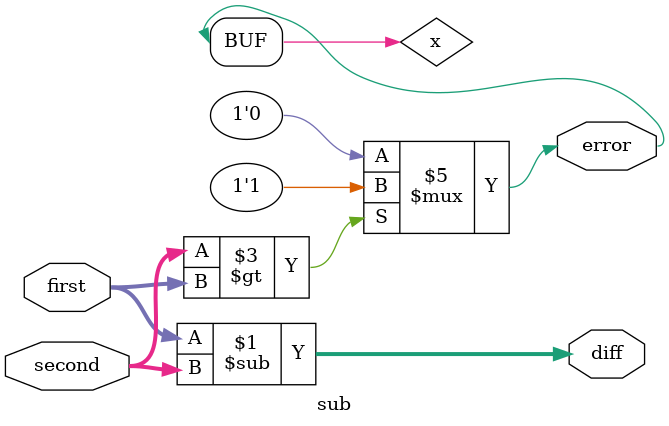
<source format=v>
module sub(first, second, diff, error);
	input[7:0] first, second;
	output [7:0] diff;
	output error;
	reg x;

	assign{diff} = first-second;
	always @(*) begin
		if (second > first)
			x=1;
		else
			x=0;
	end

	assign error = x;

endmodule

</source>
